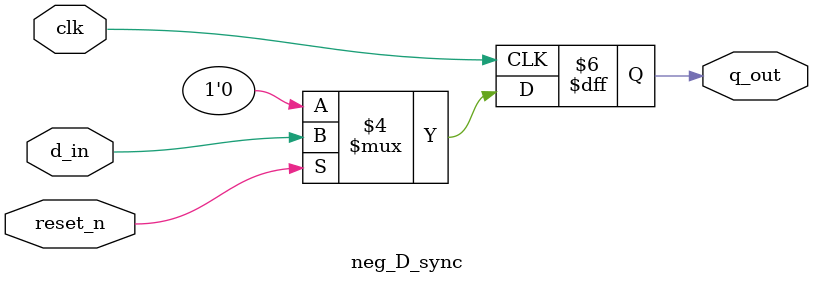
<source format=v>
`timescale 1ns / 1ps


module neg_D_sync(
    input d_in,
    input clk,
    input reset_n,
    output reg q_out
    );
    
    always@(negedge clk)
    begin
        if(!reset_n)
            q_out <= 1'b0;
        else 
            q_out <= d_in;
    end

endmodule

</source>
